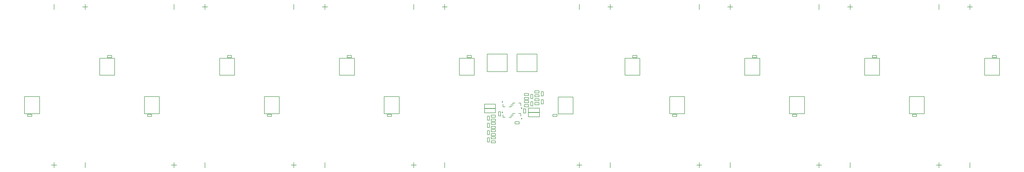
<source format=gbo>
G04*
G04 #@! TF.GenerationSoftware,Altium Limited,Altium Designer,19.0.13 (425)*
G04*
G04 Layer_Color=32896*
%FSLAX25Y25*%
%MOIN*%
G70*
G01*
G75*
%ADD10C,0.00984*%
%ADD12C,0.00787*%
%ADD13C,0.00591*%
%ADD14C,0.00600*%
D10*
X-14075Y-39370D02*
X-14813Y-38944D01*
Y-39796D01*
X-14075Y-39370D01*
X14665Y-33071D02*
X13927Y-32645D01*
Y-33497D01*
X14665Y-33071D01*
Y-48819D02*
X13927Y-48393D01*
Y-49245D01*
X14665Y-48819D01*
X-14075Y-23622D02*
X-14813Y-23196D01*
Y-24048D01*
X-14075Y-23622D01*
D12*
X-4724Y-46850D02*
X-1378D01*
Y-42913D01*
X-13583Y-46850D02*
X-10236D01*
X-13583D02*
Y-42913D01*
X984Y-25591D02*
X4331D01*
X984Y-29528D02*
Y-25591D01*
X9843D02*
X13189D01*
Y-29528D02*
Y-25591D01*
X984Y-41339D02*
X4331D01*
X984Y-45276D02*
Y-41339D01*
X9843D02*
X13189D01*
Y-45276D02*
Y-41339D01*
X-4724Y-31102D02*
X-1378D01*
Y-27165D01*
X-13583Y-31102D02*
X-10236D01*
X-13583D02*
Y-27165D01*
X-41339Y-33858D02*
X-24803D01*
X-41339Y-40157D02*
Y-33858D01*
Y-40157D02*
X-24803D01*
Y-33858D01*
X-41339Y-27165D02*
X-24803D01*
X-41339Y-33465D02*
Y-27165D01*
Y-33465D02*
X-24803D01*
Y-27165D01*
X24409Y-39567D02*
X40945D01*
Y-33268D01*
X24409D02*
X40945D01*
X24409Y-39567D02*
Y-33268D01*
Y-46260D02*
X40945D01*
Y-39961D01*
X24409D02*
X40945D01*
X24409Y-46260D02*
Y-39961D01*
D13*
X20276Y-40635D02*
Y-34336D01*
X17126D02*
X20276D01*
X17126Y-40635D02*
Y-34336D01*
Y-40635D02*
X20276D01*
X-17183Y-44950D02*
Y-38651D01*
X-20333D02*
X-17183D01*
X-20333Y-44950D02*
Y-38651D01*
Y-44950D02*
X-17183D01*
X4524Y-56860D02*
X10823D01*
Y-53711D01*
X4524D02*
X10823D01*
X4524Y-56860D02*
Y-53711D01*
X27953Y-23425D02*
X31102D01*
Y-29724D02*
Y-23425D01*
X27953Y-29724D02*
X31102D01*
X27953D02*
Y-23425D01*
Y-12598D02*
X31102D01*
Y-18898D02*
Y-12598D01*
X27953Y-18898D02*
X31102D01*
X27953D02*
Y-12598D01*
X24803Y-25197D02*
Y-22047D01*
X18504Y-25197D02*
X24803D01*
X18504D02*
Y-22047D01*
X24803D01*
X-31299Y-79331D02*
Y-76181D01*
X-25000D01*
Y-79331D02*
Y-76181D01*
X-31299Y-79331D02*
X-25000D01*
X40551Y-10433D02*
Y-7283D01*
X34252Y-10433D02*
X40551D01*
X34252D02*
Y-7283D01*
X40551D01*
X-31299Y-57677D02*
Y-54528D01*
X-25000D01*
Y-57677D02*
Y-54528D01*
X-31299Y-57677D02*
X-25000D01*
X-37008Y-73032D02*
X-33858D01*
X-37008D02*
Y-66732D01*
X-33858D01*
Y-73032D02*
Y-66732D01*
X-37008Y-62205D02*
X-33858D01*
X-37008D02*
Y-55905D01*
X-33858D01*
Y-62205D02*
Y-55905D01*
X-31299Y-46850D02*
Y-43701D01*
X-25000D01*
Y-46850D02*
Y-43701D01*
X-31299Y-46850D02*
X-25000D01*
X24803Y-31102D02*
Y-27953D01*
X18504Y-31102D02*
X24803D01*
X18504D02*
Y-27953D01*
X24803D01*
X-31299Y-63583D02*
Y-60433D01*
X-25000D01*
Y-63583D02*
Y-60433D01*
X-31299Y-63583D02*
X-25000D01*
X24803Y-14370D02*
Y-11220D01*
X18504Y-14370D02*
X24803D01*
X18504D02*
Y-11220D01*
X24803D01*
X-37008Y-83858D02*
X-33858D01*
X-37008D02*
Y-77559D01*
X-33858D01*
Y-83858D02*
Y-77559D01*
X-31299Y-68504D02*
Y-65354D01*
X-25000D01*
Y-68504D02*
Y-65354D01*
X-31299Y-68504D02*
X-25000D01*
X43701Y-8661D02*
X46850D01*
X43701Y-14961D02*
Y-8661D01*
X46850Y-14961D02*
Y-8661D01*
X43701Y-14961D02*
X46850D01*
X40551Y-22244D02*
Y-19094D01*
X34252Y-22244D02*
X40551D01*
X34252D02*
Y-19094D01*
X40551D01*
X43701Y-20472D02*
X46850D01*
Y-26772D02*
Y-20472D01*
X43701Y-26772D02*
X46850D01*
X43701D02*
Y-20472D01*
X-37008Y-51378D02*
X-33858D01*
X-37008D02*
Y-45079D01*
X-33858D01*
Y-51378D02*
Y-45079D01*
X24803Y-20276D02*
Y-17126D01*
X18504Y-20276D02*
X24803D01*
X18504D02*
Y-17126D01*
X24803D01*
X-31299Y-85236D02*
Y-82087D01*
X-25000D01*
Y-85236D02*
Y-82087D01*
X-31299Y-85236D02*
X-25000D01*
X-31299Y-74410D02*
Y-71260D01*
X-25000D01*
Y-74410D02*
Y-71260D01*
X-31299Y-74410D02*
X-25000D01*
X40551Y-16339D02*
Y-13189D01*
X34252Y-16339D02*
X40551D01*
X34252D02*
Y-13189D01*
X40551D01*
Y-28150D02*
Y-25000D01*
X34252Y-28150D02*
X40551D01*
X34252D02*
Y-25000D01*
X40551D01*
X-31299Y-52756D02*
Y-49606D01*
X-25000D01*
Y-52756D02*
Y-49606D01*
X-31299Y-52756D02*
X-25000D01*
X599606Y-45669D02*
Y-42520D01*
X605905D01*
Y-45669D02*
Y-42520D01*
X599606Y-45669D02*
X605905D01*
X420079D02*
Y-42520D01*
X426378D01*
Y-45669D02*
Y-42520D01*
X420079Y-45669D02*
X426378D01*
X240551D02*
Y-42520D01*
X246850D01*
Y-45669D02*
Y-42520D01*
X240551Y-45669D02*
X246850D01*
X61024D02*
Y-42520D01*
X67323D01*
Y-45669D02*
Y-42520D01*
X61024Y-45669D02*
X67323D01*
X725591Y42520D02*
Y45669D01*
X719291Y42520D02*
X725591D01*
X719291D02*
Y45669D01*
X725591D01*
X546063Y42520D02*
Y45669D01*
X539764Y42520D02*
X546063D01*
X539764D02*
Y45669D01*
X546063D01*
X366535Y42520D02*
Y45669D01*
X360236Y42520D02*
X366535D01*
X360236D02*
Y45669D01*
X366535D01*
X187008Y42520D02*
Y45669D01*
X180709Y42520D02*
X187008D01*
X180709D02*
Y45669D01*
X187008D01*
X-61024Y42520D02*
Y45669D01*
X-67323Y42520D02*
X-61024D01*
X-67323D02*
Y45669D01*
X-61024D01*
X-240551Y42520D02*
Y45669D01*
X-246850Y42520D02*
X-240551D01*
X-246850D02*
Y45669D01*
X-240551D01*
X-420079Y42520D02*
Y45669D01*
X-426378Y42520D02*
X-420079D01*
X-426378D02*
Y45669D01*
X-420079D01*
X-187008Y-45669D02*
Y-42520D01*
X-180709D01*
Y-45669D02*
Y-42520D01*
X-187008Y-45669D02*
X-180709D01*
X-366535D02*
Y-42520D01*
X-360236D01*
Y-45669D02*
Y-42520D01*
X-366535Y-45669D02*
X-360236D01*
X-546063D02*
Y-42520D01*
X-539764D01*
Y-45669D02*
Y-42520D01*
X-546063Y-45669D02*
X-539764D01*
X-599606Y42520D02*
Y45669D01*
X-605905Y42520D02*
X-599606D01*
X-605905D02*
Y45669D01*
X-599606D01*
X-730083Y-41618D02*
X-707642D01*
X-730083D02*
Y-16028D01*
X-707642D01*
Y-41618D02*
Y-16028D01*
X-725591Y-45669D02*
Y-42520D01*
X-719291D01*
Y-45669D02*
Y-42520D01*
X-725591Y-45669D02*
X-719291D01*
X37522Y21398D02*
Y47894D01*
X7522Y21398D02*
X37522D01*
X7522D02*
Y47894D01*
X37522D01*
X-7369Y21398D02*
Y47894D01*
X-37369Y21398D02*
X-7369D01*
X-37369D02*
Y47894D01*
X-7369D01*
X91571Y-42012D02*
Y-16422D01*
X69130D02*
X91571D01*
X69130Y-42012D02*
Y-16422D01*
Y-42012D02*
X91571D01*
X617555Y-41618D02*
Y-16028D01*
X595114D02*
X617555D01*
X595114Y-41618D02*
Y-16028D01*
Y-41618D02*
X617555D01*
X258500D02*
Y-16028D01*
X236059D02*
X258500D01*
X236059Y-41618D02*
Y-16028D01*
Y-41618D02*
X258500D01*
X438027D02*
Y-16028D01*
X415586D02*
X438027D01*
X415586Y-41618D02*
Y-16028D01*
Y-41618D02*
X438027D01*
X528115Y16028D02*
Y41618D01*
Y16028D02*
X550556D01*
Y41618D01*
X528115D02*
X550556D01*
X348587Y16028D02*
Y41618D01*
Y16028D02*
X371028D01*
Y41618D01*
X348587D02*
X371028D01*
X169060Y16028D02*
Y41618D01*
Y16028D02*
X191500D01*
Y41618D01*
X169060D02*
X191500D01*
X707642Y16028D02*
Y41618D01*
Y16028D02*
X730083D01*
Y41618D01*
X707642D02*
X730083D01*
X-258500Y16028D02*
Y41618D01*
Y16028D02*
X-236059D01*
Y41618D01*
X-258500D02*
X-236059D01*
X-438027Y16028D02*
Y41618D01*
Y16028D02*
X-415586D01*
Y41618D01*
X-438027D02*
X-415586D01*
X-78972Y16028D02*
Y41618D01*
Y16028D02*
X-56531D01*
Y41618D01*
X-78972D02*
X-56531D01*
X-169060Y-41618D02*
Y-16028D01*
X-191500D02*
X-169060D01*
X-191500Y-41618D02*
Y-16028D01*
Y-41618D02*
X-169060D01*
X-348587D02*
Y-16028D01*
X-371028D02*
X-348587D01*
X-371028Y-41618D02*
Y-16028D01*
Y-41618D02*
X-348587D01*
X-528115D02*
Y-16028D01*
X-550556D02*
X-528115D01*
X-550556Y-41618D02*
Y-16028D01*
Y-41618D02*
X-528115D01*
X-617555Y16028D02*
Y41618D01*
Y16028D02*
X-595114D01*
Y41618D01*
X-617555D02*
X-595114D01*
D14*
X-685829Y122441D02*
Y114569D01*
X-681890Y-118502D02*
X-689761D01*
X-685825Y-122438D02*
Y-114566D01*
X685829Y-122441D02*
Y-114569D01*
X681890Y118502D02*
X689761D01*
X685825Y122438D02*
Y114566D01*
X639368Y122441D02*
Y114569D01*
X643307Y-118502D02*
X635436D01*
X639371Y-122438D02*
Y-114566D01*
X506301Y-122441D02*
Y-114569D01*
X502362Y118502D02*
X510234D01*
X506298Y122438D02*
Y114566D01*
X459841Y122441D02*
Y114569D01*
X463779Y-118502D02*
X455908D01*
X459844Y-122438D02*
Y-114566D01*
X326774Y-122441D02*
Y-114569D01*
X322835Y118502D02*
X330706D01*
X326770Y122438D02*
Y114566D01*
X280313Y122441D02*
Y114569D01*
X284252Y-118502D02*
X276380D01*
X280316Y-122438D02*
Y-114566D01*
X147246Y-122441D02*
Y-114569D01*
X143307Y118502D02*
X151179D01*
X147243Y122438D02*
Y114566D01*
X100786Y122441D02*
Y114569D01*
X104724Y-118502D02*
X96853D01*
X100789Y-122438D02*
Y-114566D01*
X-100786Y-122441D02*
Y-114569D01*
X-104724Y118502D02*
X-96853D01*
X-100789Y122438D02*
Y114566D01*
X-147246Y122441D02*
Y114569D01*
X-143307Y-118502D02*
X-151179D01*
X-147243Y-122438D02*
Y-114566D01*
X-280313Y-122441D02*
Y-114569D01*
X-284252Y118502D02*
X-276380D01*
X-280316Y122438D02*
Y114566D01*
X-326774Y122441D02*
Y114569D01*
X-322835Y-118502D02*
X-330706D01*
X-326770Y-122438D02*
Y-114566D01*
X-459841Y-122441D02*
Y-114569D01*
X-463779Y118502D02*
X-455908D01*
X-459844Y122438D02*
Y114566D01*
X-506301Y122441D02*
Y114569D01*
X-502362Y-118502D02*
X-510234D01*
X-506298Y-122438D02*
Y-114566D01*
X-639368Y-122441D02*
Y-114569D01*
X-643307Y118502D02*
X-635436D01*
X-639371Y122438D02*
Y114566D01*
M02*

</source>
